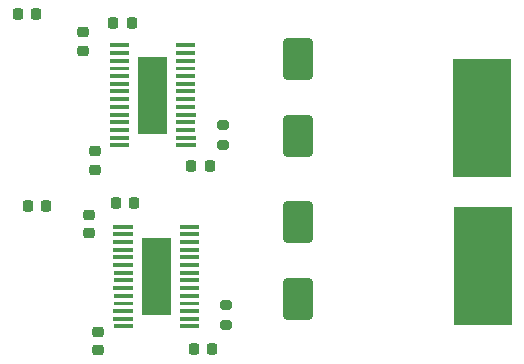
<source format=gtp>
G04 #@! TF.GenerationSoftware,KiCad,Pcbnew,6.0.4-6f826c9f35~116~ubuntu20.04.1*
G04 #@! TF.CreationDate,2022-04-25T13:09:09+02:00*
G04 #@! TF.ProjectId,foc,666f632e-6b69-4636-9164-5f7063625858,rev?*
G04 #@! TF.SameCoordinates,Original*
G04 #@! TF.FileFunction,Paste,Top*
G04 #@! TF.FilePolarity,Positive*
%FSLAX46Y46*%
G04 Gerber Fmt 4.6, Leading zero omitted, Abs format (unit mm)*
G04 Created by KiCad (PCBNEW 6.0.4-6f826c9f35~116~ubuntu20.04.1) date 2022-04-25 13:09:09*
%MOMM*%
%LPD*%
G01*
G04 APERTURE LIST*
G04 Aperture macros list*
%AMRoundRect*
0 Rectangle with rounded corners*
0 $1 Rounding radius*
0 $2 $3 $4 $5 $6 $7 $8 $9 X,Y pos of 4 corners*
0 Add a 4 corners polygon primitive as box body*
4,1,4,$2,$3,$4,$5,$6,$7,$8,$9,$2,$3,0*
0 Add four circle primitives for the rounded corners*
1,1,$1+$1,$2,$3*
1,1,$1+$1,$4,$5*
1,1,$1+$1,$6,$7*
1,1,$1+$1,$8,$9*
0 Add four rect primitives between the rounded corners*
20,1,$1+$1,$2,$3,$4,$5,0*
20,1,$1+$1,$4,$5,$6,$7,0*
20,1,$1+$1,$6,$7,$8,$9,0*
20,1,$1+$1,$8,$9,$2,$3,0*%
G04 Aperture macros list end*
%ADD10C,0.010000*%
%ADD11RoundRect,0.225000X0.250000X-0.225000X0.250000X0.225000X-0.250000X0.225000X-0.250000X-0.225000X0*%
%ADD12RoundRect,0.225000X-0.250000X0.225000X-0.250000X-0.225000X0.250000X-0.225000X0.250000X0.225000X0*%
%ADD13RoundRect,0.250000X-1.000000X1.500000X-1.000000X-1.500000X1.000000X-1.500000X1.000000X1.500000X0*%
%ADD14RoundRect,0.225000X0.225000X0.250000X-0.225000X0.250000X-0.225000X-0.250000X0.225000X-0.250000X0*%
%ADD15RoundRect,0.225000X-0.225000X-0.250000X0.225000X-0.250000X0.225000X0.250000X-0.225000X0.250000X0*%
%ADD16RoundRect,0.200000X0.275000X-0.200000X0.275000X0.200000X-0.275000X0.200000X-0.275000X-0.200000X0*%
%ADD17R,5.000000X10.000000*%
G04 APERTURE END LIST*
G36*
X155698700Y-97684400D02*
G01*
X154148700Y-97684400D01*
X154148700Y-97434400D01*
X155698700Y-97434400D01*
X155698700Y-97684400D01*
G37*
D10*
X155698700Y-97684400D02*
X154148700Y-97684400D01*
X154148700Y-97434400D01*
X155698700Y-97434400D01*
X155698700Y-97684400D01*
G36*
X155673300Y-96363600D02*
G01*
X154123300Y-96363600D01*
X154123300Y-96113600D01*
X155673300Y-96113600D01*
X155673300Y-96363600D01*
G37*
X155673300Y-96363600D02*
X154123300Y-96363600D01*
X154123300Y-96113600D01*
X155673300Y-96113600D01*
X155673300Y-96363600D01*
G36*
X161286700Y-97684400D02*
G01*
X159736700Y-97684400D01*
X159736700Y-97434400D01*
X161286700Y-97434400D01*
X161286700Y-97684400D01*
G37*
X161286700Y-97684400D02*
X159736700Y-97684400D01*
X159736700Y-97434400D01*
X161286700Y-97434400D01*
X161286700Y-97684400D01*
G36*
X161286700Y-93131200D02*
G01*
X159736700Y-93131200D01*
X159736700Y-92881200D01*
X161286700Y-92881200D01*
X161286700Y-93131200D01*
G37*
X161286700Y-93131200D02*
X159736700Y-93131200D01*
X159736700Y-92881200D01*
X161286700Y-92881200D01*
X161286700Y-93131200D01*
G36*
X155686700Y-93131200D02*
G01*
X154136700Y-93131200D01*
X154136700Y-92881200D01*
X155686700Y-92881200D01*
X155686700Y-93131200D01*
G37*
X155686700Y-93131200D02*
X154136700Y-93131200D01*
X154136700Y-92881200D01*
X155686700Y-92881200D01*
X155686700Y-93131200D01*
G36*
X161286700Y-93781200D02*
G01*
X159736700Y-93781200D01*
X159736700Y-93531200D01*
X161286700Y-93531200D01*
X161286700Y-93781200D01*
G37*
X161286700Y-93781200D02*
X159736700Y-93781200D01*
X159736700Y-93531200D01*
X161286700Y-93531200D01*
X161286700Y-93781200D01*
G36*
X155698700Y-101574600D02*
G01*
X154148700Y-101574600D01*
X154148700Y-101324600D01*
X155698700Y-101324600D01*
X155698700Y-101574600D01*
G37*
X155698700Y-101574600D02*
X154148700Y-101574600D01*
X154148700Y-101324600D01*
X155698700Y-101324600D01*
X155698700Y-101574600D01*
G36*
X155673300Y-100939600D02*
G01*
X154123300Y-100939600D01*
X154123300Y-100689600D01*
X155673300Y-100689600D01*
X155673300Y-100939600D01*
G37*
X155673300Y-100939600D02*
X154123300Y-100939600D01*
X154123300Y-100689600D01*
X155673300Y-100689600D01*
X155673300Y-100939600D01*
G36*
X161312100Y-98983800D02*
G01*
X159762100Y-98983800D01*
X159762100Y-98733800D01*
X161312100Y-98733800D01*
X161312100Y-98983800D01*
G37*
X161312100Y-98983800D02*
X159762100Y-98983800D01*
X159762100Y-98733800D01*
X161312100Y-98733800D01*
X161312100Y-98983800D01*
G36*
X161286700Y-98319400D02*
G01*
X159736700Y-98319400D01*
X159736700Y-98069400D01*
X161286700Y-98069400D01*
X161286700Y-98319400D01*
G37*
X161286700Y-98319400D02*
X159736700Y-98319400D01*
X159736700Y-98069400D01*
X161286700Y-98069400D01*
X161286700Y-98319400D01*
G36*
X158911700Y-100461200D02*
G01*
X156511700Y-100461200D01*
X156511700Y-94001200D01*
X158911700Y-94001200D01*
X158911700Y-100461200D01*
G37*
X158911700Y-100461200D02*
X156511700Y-100461200D01*
X156511700Y-94001200D01*
X158911700Y-94001200D01*
X158911700Y-100461200D01*
G36*
X155698700Y-97028000D02*
G01*
X154148700Y-97028000D01*
X154148700Y-96778000D01*
X155698700Y-96778000D01*
X155698700Y-97028000D01*
G37*
X155698700Y-97028000D02*
X154148700Y-97028000D01*
X154148700Y-96778000D01*
X155698700Y-96778000D01*
X155698700Y-97028000D01*
G36*
X155686700Y-93781200D02*
G01*
X154136700Y-93781200D01*
X154136700Y-93531200D01*
X155686700Y-93531200D01*
X155686700Y-93781200D01*
G37*
X155686700Y-93781200D02*
X154136700Y-93781200D01*
X154136700Y-93531200D01*
X155686700Y-93531200D01*
X155686700Y-93781200D01*
G36*
X155686700Y-95731200D02*
G01*
X154136700Y-95731200D01*
X154136700Y-95481200D01*
X155686700Y-95481200D01*
X155686700Y-95731200D01*
G37*
X155686700Y-95731200D02*
X154136700Y-95731200D01*
X154136700Y-95481200D01*
X155686700Y-95481200D01*
X155686700Y-95731200D01*
G36*
X155698700Y-99640200D02*
G01*
X154148700Y-99640200D01*
X154148700Y-99390200D01*
X155698700Y-99390200D01*
X155698700Y-99640200D01*
G37*
X155698700Y-99640200D02*
X154148700Y-99640200D01*
X154148700Y-99390200D01*
X155698700Y-99390200D01*
X155698700Y-99640200D01*
G36*
X161286700Y-94431200D02*
G01*
X159736700Y-94431200D01*
X159736700Y-94181200D01*
X161286700Y-94181200D01*
X161286700Y-94431200D01*
G37*
X161286700Y-94431200D02*
X159736700Y-94431200D01*
X159736700Y-94181200D01*
X161286700Y-94181200D01*
X161286700Y-94431200D01*
G36*
X155686700Y-95081200D02*
G01*
X154136700Y-95081200D01*
X154136700Y-94831200D01*
X155686700Y-94831200D01*
X155686700Y-95081200D01*
G37*
X155686700Y-95081200D02*
X154136700Y-95081200D01*
X154136700Y-94831200D01*
X155686700Y-94831200D01*
X155686700Y-95081200D01*
G36*
X161286700Y-97024000D02*
G01*
X159736700Y-97024000D01*
X159736700Y-96774000D01*
X161286700Y-96774000D01*
X161286700Y-97024000D01*
G37*
X161286700Y-97024000D02*
X159736700Y-97024000D01*
X159736700Y-96774000D01*
X161286700Y-96774000D01*
X161286700Y-97024000D01*
G36*
X155698700Y-98983800D02*
G01*
X154148700Y-98983800D01*
X154148700Y-98733800D01*
X155698700Y-98733800D01*
X155698700Y-98983800D01*
G37*
X155698700Y-98983800D02*
X154148700Y-98983800D01*
X154148700Y-98733800D01*
X155698700Y-98733800D01*
X155698700Y-98983800D01*
G36*
X155686700Y-94431200D02*
G01*
X154136700Y-94431200D01*
X154136700Y-94181200D01*
X155686700Y-94181200D01*
X155686700Y-94431200D01*
G37*
X155686700Y-94431200D02*
X154136700Y-94431200D01*
X154136700Y-94181200D01*
X155686700Y-94181200D01*
X155686700Y-94431200D01*
G36*
X161286700Y-99640200D02*
G01*
X159736700Y-99640200D01*
X159736700Y-99390200D01*
X161286700Y-99390200D01*
X161286700Y-99640200D01*
G37*
X161286700Y-99640200D02*
X159736700Y-99640200D01*
X159736700Y-99390200D01*
X161286700Y-99390200D01*
X161286700Y-99640200D01*
G36*
X161286700Y-100275200D02*
G01*
X159736700Y-100275200D01*
X159736700Y-100025200D01*
X161286700Y-100025200D01*
X161286700Y-100275200D01*
G37*
X161286700Y-100275200D02*
X159736700Y-100275200D01*
X159736700Y-100025200D01*
X161286700Y-100025200D01*
X161286700Y-100275200D01*
G36*
X155673300Y-98319400D02*
G01*
X154123300Y-98319400D01*
X154123300Y-98069400D01*
X155673300Y-98069400D01*
X155673300Y-98319400D01*
G37*
X155673300Y-98319400D02*
X154123300Y-98319400D01*
X154123300Y-98069400D01*
X155673300Y-98069400D01*
X155673300Y-98319400D01*
G36*
X161286700Y-95731200D02*
G01*
X159736700Y-95731200D01*
X159736700Y-95481200D01*
X161286700Y-95481200D01*
X161286700Y-95731200D01*
G37*
X161286700Y-95731200D02*
X159736700Y-95731200D01*
X159736700Y-95481200D01*
X161286700Y-95481200D01*
X161286700Y-95731200D01*
G36*
X161312100Y-100939600D02*
G01*
X159762100Y-100939600D01*
X159762100Y-100689600D01*
X161312100Y-100689600D01*
X161312100Y-100939600D01*
G37*
X161312100Y-100939600D02*
X159762100Y-100939600D01*
X159762100Y-100689600D01*
X161312100Y-100689600D01*
X161312100Y-100939600D01*
G36*
X161286700Y-95081200D02*
G01*
X159736700Y-95081200D01*
X159736700Y-94831200D01*
X161286700Y-94831200D01*
X161286700Y-95081200D01*
G37*
X161286700Y-95081200D02*
X159736700Y-95081200D01*
X159736700Y-94831200D01*
X161286700Y-94831200D01*
X161286700Y-95081200D01*
G36*
X161286700Y-96363600D02*
G01*
X159736700Y-96363600D01*
X159736700Y-96113600D01*
X161286700Y-96113600D01*
X161286700Y-96363600D01*
G37*
X161286700Y-96363600D02*
X159736700Y-96363600D01*
X159736700Y-96113600D01*
X161286700Y-96113600D01*
X161286700Y-96363600D01*
G36*
X161312100Y-101574600D02*
G01*
X159762100Y-101574600D01*
X159762100Y-101324600D01*
X161312100Y-101324600D01*
X161312100Y-101574600D01*
G37*
X161312100Y-101574600D02*
X159762100Y-101574600D01*
X159762100Y-101324600D01*
X161312100Y-101324600D01*
X161312100Y-101574600D01*
G36*
X155673300Y-100300600D02*
G01*
X154123300Y-100300600D01*
X154123300Y-100050600D01*
X155673300Y-100050600D01*
X155673300Y-100300600D01*
G37*
X155673300Y-100300600D02*
X154123300Y-100300600D01*
X154123300Y-100050600D01*
X155673300Y-100050600D01*
X155673300Y-100300600D01*
G36*
X161591500Y-113661000D02*
G01*
X160041500Y-113661000D01*
X160041500Y-113411000D01*
X161591500Y-113411000D01*
X161591500Y-113661000D01*
G37*
X161591500Y-113661000D02*
X160041500Y-113661000D01*
X160041500Y-113411000D01*
X161591500Y-113411000D01*
X161591500Y-113661000D01*
G36*
X155991500Y-109772800D02*
G01*
X154441500Y-109772800D01*
X154441500Y-109522800D01*
X155991500Y-109522800D01*
X155991500Y-109772800D01*
G37*
X155991500Y-109772800D02*
X154441500Y-109772800D01*
X154441500Y-109522800D01*
X155991500Y-109522800D01*
X155991500Y-109772800D01*
G36*
X161591500Y-108472800D02*
G01*
X160041500Y-108472800D01*
X160041500Y-108222800D01*
X161591500Y-108222800D01*
X161591500Y-108472800D01*
G37*
X161591500Y-108472800D02*
X160041500Y-108472800D01*
X160041500Y-108222800D01*
X161591500Y-108222800D01*
X161591500Y-108472800D01*
G36*
X156003500Y-113026000D02*
G01*
X154453500Y-113026000D01*
X154453500Y-112776000D01*
X156003500Y-112776000D01*
X156003500Y-113026000D01*
G37*
X156003500Y-113026000D02*
X154453500Y-113026000D01*
X154453500Y-112776000D01*
X156003500Y-112776000D01*
X156003500Y-113026000D01*
G36*
X155978100Y-115642200D02*
G01*
X154428100Y-115642200D01*
X154428100Y-115392200D01*
X155978100Y-115392200D01*
X155978100Y-115642200D01*
G37*
X155978100Y-115642200D02*
X154428100Y-115642200D01*
X154428100Y-115392200D01*
X155978100Y-115392200D01*
X155978100Y-115642200D01*
G36*
X159216500Y-115802800D02*
G01*
X156816500Y-115802800D01*
X156816500Y-109342800D01*
X159216500Y-109342800D01*
X159216500Y-115802800D01*
G37*
X159216500Y-115802800D02*
X156816500Y-115802800D01*
X156816500Y-109342800D01*
X159216500Y-109342800D01*
X159216500Y-115802800D01*
G36*
X156003500Y-114325400D02*
G01*
X154453500Y-114325400D01*
X154453500Y-114075400D01*
X156003500Y-114075400D01*
X156003500Y-114325400D01*
G37*
X156003500Y-114325400D02*
X154453500Y-114325400D01*
X154453500Y-114075400D01*
X156003500Y-114075400D01*
X156003500Y-114325400D01*
G36*
X161591500Y-113026000D02*
G01*
X160041500Y-113026000D01*
X160041500Y-112776000D01*
X161591500Y-112776000D01*
X161591500Y-113026000D01*
G37*
X161591500Y-113026000D02*
X160041500Y-113026000D01*
X160041500Y-112776000D01*
X161591500Y-112776000D01*
X161591500Y-113026000D01*
G36*
X156003500Y-114981800D02*
G01*
X154453500Y-114981800D01*
X154453500Y-114731800D01*
X156003500Y-114731800D01*
X156003500Y-114981800D01*
G37*
X156003500Y-114981800D02*
X154453500Y-114981800D01*
X154453500Y-114731800D01*
X156003500Y-114731800D01*
X156003500Y-114981800D01*
G36*
X161616900Y-116916200D02*
G01*
X160066900Y-116916200D01*
X160066900Y-116666200D01*
X161616900Y-116666200D01*
X161616900Y-116916200D01*
G37*
X161616900Y-116916200D02*
X160066900Y-116916200D01*
X160066900Y-116666200D01*
X161616900Y-116666200D01*
X161616900Y-116916200D01*
G36*
X155978100Y-116281200D02*
G01*
X154428100Y-116281200D01*
X154428100Y-116031200D01*
X155978100Y-116031200D01*
X155978100Y-116281200D01*
G37*
X155978100Y-116281200D02*
X154428100Y-116281200D01*
X154428100Y-116031200D01*
X155978100Y-116031200D01*
X155978100Y-116281200D01*
G36*
X161591500Y-109122800D02*
G01*
X160041500Y-109122800D01*
X160041500Y-108872800D01*
X161591500Y-108872800D01*
X161591500Y-109122800D01*
G37*
X161591500Y-109122800D02*
X160041500Y-109122800D01*
X160041500Y-108872800D01*
X161591500Y-108872800D01*
X161591500Y-109122800D01*
G36*
X161591500Y-110422800D02*
G01*
X160041500Y-110422800D01*
X160041500Y-110172800D01*
X161591500Y-110172800D01*
X161591500Y-110422800D01*
G37*
X161591500Y-110422800D02*
X160041500Y-110422800D01*
X160041500Y-110172800D01*
X161591500Y-110172800D01*
X161591500Y-110422800D01*
G36*
X155991500Y-109122800D02*
G01*
X154441500Y-109122800D01*
X154441500Y-108872800D01*
X155991500Y-108872800D01*
X155991500Y-109122800D01*
G37*
X155991500Y-109122800D02*
X154441500Y-109122800D01*
X154441500Y-108872800D01*
X155991500Y-108872800D01*
X155991500Y-109122800D01*
G36*
X161616900Y-114325400D02*
G01*
X160066900Y-114325400D01*
X160066900Y-114075400D01*
X161616900Y-114075400D01*
X161616900Y-114325400D01*
G37*
X161616900Y-114325400D02*
X160066900Y-114325400D01*
X160066900Y-114075400D01*
X161616900Y-114075400D01*
X161616900Y-114325400D01*
G36*
X156003500Y-116916200D02*
G01*
X154453500Y-116916200D01*
X154453500Y-116666200D01*
X156003500Y-116666200D01*
X156003500Y-116916200D01*
G37*
X156003500Y-116916200D02*
X154453500Y-116916200D01*
X154453500Y-116666200D01*
X156003500Y-116666200D01*
X156003500Y-116916200D01*
G36*
X161616900Y-116281200D02*
G01*
X160066900Y-116281200D01*
X160066900Y-116031200D01*
X161616900Y-116031200D01*
X161616900Y-116281200D01*
G37*
X161616900Y-116281200D02*
X160066900Y-116281200D01*
X160066900Y-116031200D01*
X161616900Y-116031200D01*
X161616900Y-116281200D01*
G36*
X161591500Y-109772800D02*
G01*
X160041500Y-109772800D01*
X160041500Y-109522800D01*
X161591500Y-109522800D01*
X161591500Y-109772800D01*
G37*
X161591500Y-109772800D02*
X160041500Y-109772800D01*
X160041500Y-109522800D01*
X161591500Y-109522800D01*
X161591500Y-109772800D01*
G36*
X155978100Y-113661000D02*
G01*
X154428100Y-113661000D01*
X154428100Y-113411000D01*
X155978100Y-113411000D01*
X155978100Y-113661000D01*
G37*
X155978100Y-113661000D02*
X154428100Y-113661000D01*
X154428100Y-113411000D01*
X155978100Y-113411000D01*
X155978100Y-113661000D01*
G36*
X155991500Y-108472800D02*
G01*
X154441500Y-108472800D01*
X154441500Y-108222800D01*
X155991500Y-108222800D01*
X155991500Y-108472800D01*
G37*
X155991500Y-108472800D02*
X154441500Y-108472800D01*
X154441500Y-108222800D01*
X155991500Y-108222800D01*
X155991500Y-108472800D01*
G36*
X155991500Y-111072800D02*
G01*
X154441500Y-111072800D01*
X154441500Y-110822800D01*
X155991500Y-110822800D01*
X155991500Y-111072800D01*
G37*
X155991500Y-111072800D02*
X154441500Y-111072800D01*
X154441500Y-110822800D01*
X155991500Y-110822800D01*
X155991500Y-111072800D01*
G36*
X161591500Y-114981800D02*
G01*
X160041500Y-114981800D01*
X160041500Y-114731800D01*
X161591500Y-114731800D01*
X161591500Y-114981800D01*
G37*
X161591500Y-114981800D02*
X160041500Y-114981800D01*
X160041500Y-114731800D01*
X161591500Y-114731800D01*
X161591500Y-114981800D01*
G36*
X155978100Y-111705200D02*
G01*
X154428100Y-111705200D01*
X154428100Y-111455200D01*
X155978100Y-111455200D01*
X155978100Y-111705200D01*
G37*
X155978100Y-111705200D02*
X154428100Y-111705200D01*
X154428100Y-111455200D01*
X155978100Y-111455200D01*
X155978100Y-111705200D01*
G36*
X161591500Y-112365600D02*
G01*
X160041500Y-112365600D01*
X160041500Y-112115600D01*
X161591500Y-112115600D01*
X161591500Y-112365600D01*
G37*
X161591500Y-112365600D02*
X160041500Y-112365600D01*
X160041500Y-112115600D01*
X161591500Y-112115600D01*
X161591500Y-112365600D01*
G36*
X156003500Y-112369600D02*
G01*
X154453500Y-112369600D01*
X154453500Y-112119600D01*
X156003500Y-112119600D01*
X156003500Y-112369600D01*
G37*
X156003500Y-112369600D02*
X154453500Y-112369600D01*
X154453500Y-112119600D01*
X156003500Y-112119600D01*
X156003500Y-112369600D01*
G36*
X161591500Y-111072800D02*
G01*
X160041500Y-111072800D01*
X160041500Y-110822800D01*
X161591500Y-110822800D01*
X161591500Y-111072800D01*
G37*
X161591500Y-111072800D02*
X160041500Y-111072800D01*
X160041500Y-110822800D01*
X161591500Y-110822800D01*
X161591500Y-111072800D01*
G36*
X155991500Y-110422800D02*
G01*
X154441500Y-110422800D01*
X154441500Y-110172800D01*
X155991500Y-110172800D01*
X155991500Y-110422800D01*
G37*
X155991500Y-110422800D02*
X154441500Y-110422800D01*
X154441500Y-110172800D01*
X155991500Y-110172800D01*
X155991500Y-110422800D01*
G36*
X161591500Y-115616800D02*
G01*
X160041500Y-115616800D01*
X160041500Y-115366800D01*
X161591500Y-115366800D01*
X161591500Y-115616800D01*
G37*
X161591500Y-115616800D02*
X160041500Y-115616800D01*
X160041500Y-115366800D01*
X161591500Y-115366800D01*
X161591500Y-115616800D01*
G36*
X161591500Y-111705200D02*
G01*
X160041500Y-111705200D01*
X160041500Y-111455200D01*
X161591500Y-111455200D01*
X161591500Y-111705200D01*
G37*
X161591500Y-111705200D02*
X160041500Y-111705200D01*
X160041500Y-111455200D01*
X161591500Y-111455200D01*
X161591500Y-111705200D01*
D11*
X152342700Y-108928200D03*
X152342700Y-107378200D03*
D12*
X153162000Y-117284200D03*
X153162000Y-118834200D03*
D11*
X151892000Y-93485000D03*
X151892000Y-91935000D03*
D13*
X170027600Y-108002000D03*
X170027600Y-114502000D03*
D14*
X156206700Y-106425400D03*
X154656700Y-106425400D03*
X148730000Y-106680000D03*
X147180000Y-106680000D03*
X155969000Y-91186000D03*
X154419000Y-91186000D03*
D12*
X152908000Y-102006400D03*
X152908000Y-103556400D03*
D15*
X161026100Y-103225600D03*
X162576100Y-103225600D03*
D16*
X163931600Y-116699800D03*
X163931600Y-115049800D03*
D17*
X185699400Y-111734600D03*
D13*
X170027600Y-94225300D03*
X170027600Y-100725300D03*
D17*
X185674000Y-99187000D03*
D14*
X147891800Y-90373200D03*
X146341800Y-90373200D03*
D16*
X163728400Y-101459800D03*
X163728400Y-99809800D03*
D15*
X161229300Y-118770400D03*
X162779300Y-118770400D03*
M02*

</source>
